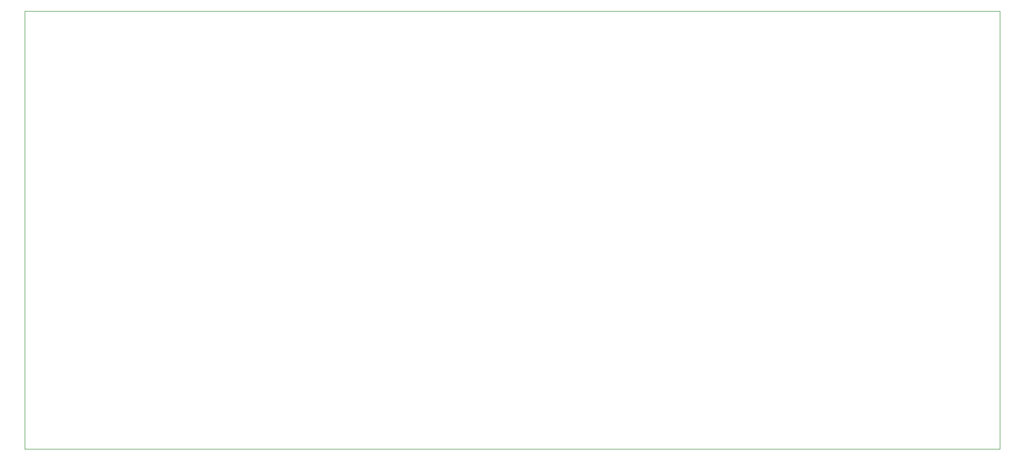
<source format=gbr>
%TF.GenerationSoftware,KiCad,Pcbnew,(5.1.6)-1*%
%TF.CreationDate,2020-11-26T15:33:51-08:00*%
%TF.ProjectId,Test Engine Breakout Board,54657374-2045-46e6-9769-6e6520427265,rev?*%
%TF.SameCoordinates,Original*%
%TF.FileFunction,Profile,NP*%
%FSLAX46Y46*%
G04 Gerber Fmt 4.6, Leading zero omitted, Abs format (unit mm)*
G04 Created by KiCad (PCBNEW (5.1.6)-1) date 2020-11-26 15:33:51*
%MOMM*%
%LPD*%
G01*
G04 APERTURE LIST*
%TA.AperFunction,Profile*%
%ADD10C,0.050000*%
%TD*%
G04 APERTURE END LIST*
D10*
X58420000Y-115570000D02*
X58420000Y-41910000D01*
X222250000Y-115570000D02*
X58420000Y-115570000D01*
X222250000Y-41910000D02*
X222250000Y-115570000D01*
X58420000Y-41910000D02*
X222250000Y-41910000D01*
M02*

</source>
